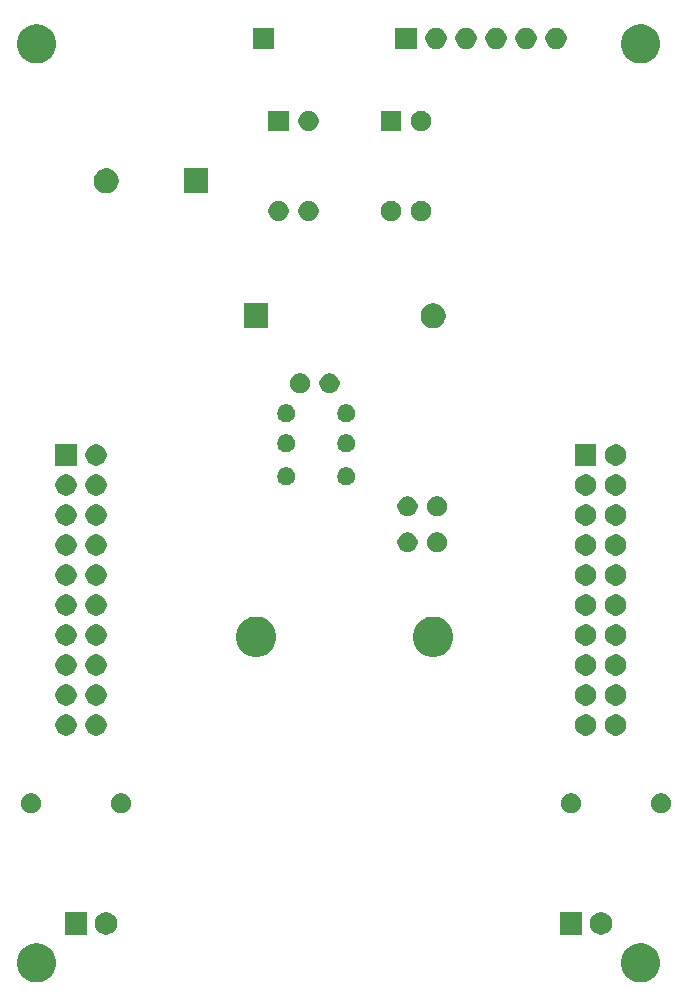
<source format=gbr>
G04 #@! TF.GenerationSoftware,KiCad,Pcbnew,5.1.5+dfsg1-2build2*
G04 #@! TF.CreationDate,2023-01-01T14:21:45-04:00*
G04 #@! TF.ProjectId,prototyping_backplane,70726f74-6f74-4797-9069-6e675f626163,B*
G04 #@! TF.SameCoordinates,Original*
G04 #@! TF.FileFunction,Soldermask,Bot*
G04 #@! TF.FilePolarity,Negative*
%FSLAX46Y46*%
G04 Gerber Fmt 4.6, Leading zero omitted, Abs format (unit mm)*
G04 Created by KiCad (PCBNEW 5.1.5+dfsg1-2build2) date 2023-01-01 14:21:45*
%MOMM*%
%LPD*%
G04 APERTURE LIST*
%ADD10C,0.100000*%
G04 APERTURE END LIST*
D10*
G36*
X205655256Y-124931298D02*
G01*
X205761579Y-124952447D01*
X206062042Y-125076903D01*
X206332451Y-125257585D01*
X206562415Y-125487549D01*
X206743097Y-125757958D01*
X206867553Y-126058421D01*
X206931000Y-126377391D01*
X206931000Y-126702609D01*
X206867553Y-127021579D01*
X206743097Y-127322042D01*
X206562415Y-127592451D01*
X206332451Y-127822415D01*
X206062042Y-128003097D01*
X205761579Y-128127553D01*
X205655256Y-128148702D01*
X205442611Y-128191000D01*
X205117389Y-128191000D01*
X204904744Y-128148702D01*
X204798421Y-128127553D01*
X204497958Y-128003097D01*
X204227549Y-127822415D01*
X203997585Y-127592451D01*
X203816903Y-127322042D01*
X203692447Y-127021579D01*
X203629000Y-126702609D01*
X203629000Y-126377391D01*
X203692447Y-126058421D01*
X203816903Y-125757958D01*
X203997585Y-125487549D01*
X204227549Y-125257585D01*
X204497958Y-125076903D01*
X204798421Y-124952447D01*
X204904744Y-124931298D01*
X205117389Y-124889000D01*
X205442611Y-124889000D01*
X205655256Y-124931298D01*
G37*
G36*
X154505256Y-124931298D02*
G01*
X154611579Y-124952447D01*
X154912042Y-125076903D01*
X155182451Y-125257585D01*
X155412415Y-125487549D01*
X155593097Y-125757958D01*
X155717553Y-126058421D01*
X155781000Y-126377391D01*
X155781000Y-126702609D01*
X155717553Y-127021579D01*
X155593097Y-127322042D01*
X155412415Y-127592451D01*
X155182451Y-127822415D01*
X154912042Y-128003097D01*
X154611579Y-128127553D01*
X154505256Y-128148702D01*
X154292611Y-128191000D01*
X153967389Y-128191000D01*
X153754744Y-128148702D01*
X153648421Y-128127553D01*
X153347958Y-128003097D01*
X153077549Y-127822415D01*
X152847585Y-127592451D01*
X152666903Y-127322042D01*
X152542447Y-127021579D01*
X152479000Y-126702609D01*
X152479000Y-126377391D01*
X152542447Y-126058421D01*
X152666903Y-125757958D01*
X152847585Y-125487549D01*
X153077549Y-125257585D01*
X153347958Y-125076903D01*
X153648421Y-124952447D01*
X153754744Y-124931298D01*
X153967389Y-124889000D01*
X154292611Y-124889000D01*
X154505256Y-124931298D01*
G37*
G36*
X202207395Y-122275546D02*
G01*
X202380466Y-122347234D01*
X202380467Y-122347235D01*
X202536227Y-122451310D01*
X202668690Y-122583773D01*
X202668691Y-122583775D01*
X202772766Y-122739534D01*
X202844454Y-122912605D01*
X202881000Y-123096333D01*
X202881000Y-123283667D01*
X202844454Y-123467395D01*
X202772766Y-123640466D01*
X202772765Y-123640467D01*
X202668690Y-123796227D01*
X202536227Y-123928690D01*
X202457818Y-123981081D01*
X202380466Y-124032766D01*
X202207395Y-124104454D01*
X202023667Y-124141000D01*
X201836333Y-124141000D01*
X201652605Y-124104454D01*
X201479534Y-124032766D01*
X201402182Y-123981081D01*
X201323773Y-123928690D01*
X201191310Y-123796227D01*
X201087235Y-123640467D01*
X201087234Y-123640466D01*
X201015546Y-123467395D01*
X200979000Y-123283667D01*
X200979000Y-123096333D01*
X201015546Y-122912605D01*
X201087234Y-122739534D01*
X201191309Y-122583775D01*
X201191310Y-122583773D01*
X201323773Y-122451310D01*
X201479533Y-122347235D01*
X201479534Y-122347234D01*
X201652605Y-122275546D01*
X201836333Y-122239000D01*
X202023667Y-122239000D01*
X202207395Y-122275546D01*
G37*
G36*
X158431000Y-124141000D02*
G01*
X156529000Y-124141000D01*
X156529000Y-122239000D01*
X158431000Y-122239000D01*
X158431000Y-124141000D01*
G37*
G36*
X160297395Y-122275546D02*
G01*
X160470466Y-122347234D01*
X160470467Y-122347235D01*
X160626227Y-122451310D01*
X160758690Y-122583773D01*
X160758691Y-122583775D01*
X160862766Y-122739534D01*
X160934454Y-122912605D01*
X160971000Y-123096333D01*
X160971000Y-123283667D01*
X160934454Y-123467395D01*
X160862766Y-123640466D01*
X160862765Y-123640467D01*
X160758690Y-123796227D01*
X160626227Y-123928690D01*
X160547818Y-123981081D01*
X160470466Y-124032766D01*
X160297395Y-124104454D01*
X160113667Y-124141000D01*
X159926333Y-124141000D01*
X159742605Y-124104454D01*
X159569534Y-124032766D01*
X159492182Y-123981081D01*
X159413773Y-123928690D01*
X159281310Y-123796227D01*
X159177235Y-123640467D01*
X159177234Y-123640466D01*
X159105546Y-123467395D01*
X159069000Y-123283667D01*
X159069000Y-123096333D01*
X159105546Y-122912605D01*
X159177234Y-122739534D01*
X159281309Y-122583775D01*
X159281310Y-122583773D01*
X159413773Y-122451310D01*
X159569533Y-122347235D01*
X159569534Y-122347234D01*
X159742605Y-122275546D01*
X159926333Y-122239000D01*
X160113667Y-122239000D01*
X160297395Y-122275546D01*
G37*
G36*
X200341000Y-124141000D02*
G01*
X198439000Y-124141000D01*
X198439000Y-122239000D01*
X200341000Y-122239000D01*
X200341000Y-124141000D01*
G37*
G36*
X153918228Y-112211703D02*
G01*
X154073100Y-112275853D01*
X154212481Y-112368985D01*
X154331015Y-112487519D01*
X154424147Y-112626900D01*
X154488297Y-112781772D01*
X154521000Y-112946184D01*
X154521000Y-113113816D01*
X154488297Y-113278228D01*
X154424147Y-113433100D01*
X154331015Y-113572481D01*
X154212481Y-113691015D01*
X154073100Y-113784147D01*
X153918228Y-113848297D01*
X153753816Y-113881000D01*
X153586184Y-113881000D01*
X153421772Y-113848297D01*
X153266900Y-113784147D01*
X153127519Y-113691015D01*
X153008985Y-113572481D01*
X152915853Y-113433100D01*
X152851703Y-113278228D01*
X152819000Y-113113816D01*
X152819000Y-112946184D01*
X152851703Y-112781772D01*
X152915853Y-112626900D01*
X153008985Y-112487519D01*
X153127519Y-112368985D01*
X153266900Y-112275853D01*
X153421772Y-112211703D01*
X153586184Y-112179000D01*
X153753816Y-112179000D01*
X153918228Y-112211703D01*
G37*
G36*
X207258228Y-112211703D02*
G01*
X207413100Y-112275853D01*
X207552481Y-112368985D01*
X207671015Y-112487519D01*
X207764147Y-112626900D01*
X207828297Y-112781772D01*
X207861000Y-112946184D01*
X207861000Y-113113816D01*
X207828297Y-113278228D01*
X207764147Y-113433100D01*
X207671015Y-113572481D01*
X207552481Y-113691015D01*
X207413100Y-113784147D01*
X207258228Y-113848297D01*
X207093816Y-113881000D01*
X206926184Y-113881000D01*
X206761772Y-113848297D01*
X206606900Y-113784147D01*
X206467519Y-113691015D01*
X206348985Y-113572481D01*
X206255853Y-113433100D01*
X206191703Y-113278228D01*
X206159000Y-113113816D01*
X206159000Y-112946184D01*
X206191703Y-112781772D01*
X206255853Y-112626900D01*
X206348985Y-112487519D01*
X206467519Y-112368985D01*
X206606900Y-112275853D01*
X206761772Y-112211703D01*
X206926184Y-112179000D01*
X207093816Y-112179000D01*
X207258228Y-112211703D01*
G37*
G36*
X199638228Y-112211703D02*
G01*
X199793100Y-112275853D01*
X199932481Y-112368985D01*
X200051015Y-112487519D01*
X200144147Y-112626900D01*
X200208297Y-112781772D01*
X200241000Y-112946184D01*
X200241000Y-113113816D01*
X200208297Y-113278228D01*
X200144147Y-113433100D01*
X200051015Y-113572481D01*
X199932481Y-113691015D01*
X199793100Y-113784147D01*
X199638228Y-113848297D01*
X199473816Y-113881000D01*
X199306184Y-113881000D01*
X199141772Y-113848297D01*
X198986900Y-113784147D01*
X198847519Y-113691015D01*
X198728985Y-113572481D01*
X198635853Y-113433100D01*
X198571703Y-113278228D01*
X198539000Y-113113816D01*
X198539000Y-112946184D01*
X198571703Y-112781772D01*
X198635853Y-112626900D01*
X198728985Y-112487519D01*
X198847519Y-112368985D01*
X198986900Y-112275853D01*
X199141772Y-112211703D01*
X199306184Y-112179000D01*
X199473816Y-112179000D01*
X199638228Y-112211703D01*
G37*
G36*
X161538228Y-112211703D02*
G01*
X161693100Y-112275853D01*
X161832481Y-112368985D01*
X161951015Y-112487519D01*
X162044147Y-112626900D01*
X162108297Y-112781772D01*
X162141000Y-112946184D01*
X162141000Y-113113816D01*
X162108297Y-113278228D01*
X162044147Y-113433100D01*
X161951015Y-113572481D01*
X161832481Y-113691015D01*
X161693100Y-113784147D01*
X161538228Y-113848297D01*
X161373816Y-113881000D01*
X161206184Y-113881000D01*
X161041772Y-113848297D01*
X160886900Y-113784147D01*
X160747519Y-113691015D01*
X160628985Y-113572481D01*
X160535853Y-113433100D01*
X160471703Y-113278228D01*
X160439000Y-113113816D01*
X160439000Y-112946184D01*
X160471703Y-112781772D01*
X160535853Y-112626900D01*
X160628985Y-112487519D01*
X160747519Y-112368985D01*
X160886900Y-112275853D01*
X161041772Y-112211703D01*
X161206184Y-112179000D01*
X161373816Y-112179000D01*
X161538228Y-112211703D01*
G37*
G36*
X156743512Y-105503927D02*
G01*
X156892812Y-105533624D01*
X157056784Y-105601544D01*
X157204354Y-105700147D01*
X157329853Y-105825646D01*
X157428456Y-105973216D01*
X157496376Y-106137188D01*
X157531000Y-106311259D01*
X157531000Y-106488741D01*
X157496376Y-106662812D01*
X157428456Y-106826784D01*
X157329853Y-106974354D01*
X157204354Y-107099853D01*
X157056784Y-107198456D01*
X156892812Y-107266376D01*
X156743512Y-107296073D01*
X156718742Y-107301000D01*
X156541258Y-107301000D01*
X156516488Y-107296073D01*
X156367188Y-107266376D01*
X156203216Y-107198456D01*
X156055646Y-107099853D01*
X155930147Y-106974354D01*
X155831544Y-106826784D01*
X155763624Y-106662812D01*
X155729000Y-106488741D01*
X155729000Y-106311259D01*
X155763624Y-106137188D01*
X155831544Y-105973216D01*
X155930147Y-105825646D01*
X156055646Y-105700147D01*
X156203216Y-105601544D01*
X156367188Y-105533624D01*
X156516488Y-105503927D01*
X156541258Y-105499000D01*
X156718742Y-105499000D01*
X156743512Y-105503927D01*
G37*
G36*
X203283512Y-105503927D02*
G01*
X203432812Y-105533624D01*
X203596784Y-105601544D01*
X203744354Y-105700147D01*
X203869853Y-105825646D01*
X203968456Y-105973216D01*
X204036376Y-106137188D01*
X204071000Y-106311259D01*
X204071000Y-106488741D01*
X204036376Y-106662812D01*
X203968456Y-106826784D01*
X203869853Y-106974354D01*
X203744354Y-107099853D01*
X203596784Y-107198456D01*
X203432812Y-107266376D01*
X203283512Y-107296073D01*
X203258742Y-107301000D01*
X203081258Y-107301000D01*
X203056488Y-107296073D01*
X202907188Y-107266376D01*
X202743216Y-107198456D01*
X202595646Y-107099853D01*
X202470147Y-106974354D01*
X202371544Y-106826784D01*
X202303624Y-106662812D01*
X202269000Y-106488741D01*
X202269000Y-106311259D01*
X202303624Y-106137188D01*
X202371544Y-105973216D01*
X202470147Y-105825646D01*
X202595646Y-105700147D01*
X202743216Y-105601544D01*
X202907188Y-105533624D01*
X203056488Y-105503927D01*
X203081258Y-105499000D01*
X203258742Y-105499000D01*
X203283512Y-105503927D01*
G37*
G36*
X159283512Y-105503927D02*
G01*
X159432812Y-105533624D01*
X159596784Y-105601544D01*
X159744354Y-105700147D01*
X159869853Y-105825646D01*
X159968456Y-105973216D01*
X160036376Y-106137188D01*
X160071000Y-106311259D01*
X160071000Y-106488741D01*
X160036376Y-106662812D01*
X159968456Y-106826784D01*
X159869853Y-106974354D01*
X159744354Y-107099853D01*
X159596784Y-107198456D01*
X159432812Y-107266376D01*
X159283512Y-107296073D01*
X159258742Y-107301000D01*
X159081258Y-107301000D01*
X159056488Y-107296073D01*
X158907188Y-107266376D01*
X158743216Y-107198456D01*
X158595646Y-107099853D01*
X158470147Y-106974354D01*
X158371544Y-106826784D01*
X158303624Y-106662812D01*
X158269000Y-106488741D01*
X158269000Y-106311259D01*
X158303624Y-106137188D01*
X158371544Y-105973216D01*
X158470147Y-105825646D01*
X158595646Y-105700147D01*
X158743216Y-105601544D01*
X158907188Y-105533624D01*
X159056488Y-105503927D01*
X159081258Y-105499000D01*
X159258742Y-105499000D01*
X159283512Y-105503927D01*
G37*
G36*
X200743512Y-105503927D02*
G01*
X200892812Y-105533624D01*
X201056784Y-105601544D01*
X201204354Y-105700147D01*
X201329853Y-105825646D01*
X201428456Y-105973216D01*
X201496376Y-106137188D01*
X201531000Y-106311259D01*
X201531000Y-106488741D01*
X201496376Y-106662812D01*
X201428456Y-106826784D01*
X201329853Y-106974354D01*
X201204354Y-107099853D01*
X201056784Y-107198456D01*
X200892812Y-107266376D01*
X200743512Y-107296073D01*
X200718742Y-107301000D01*
X200541258Y-107301000D01*
X200516488Y-107296073D01*
X200367188Y-107266376D01*
X200203216Y-107198456D01*
X200055646Y-107099853D01*
X199930147Y-106974354D01*
X199831544Y-106826784D01*
X199763624Y-106662812D01*
X199729000Y-106488741D01*
X199729000Y-106311259D01*
X199763624Y-106137188D01*
X199831544Y-105973216D01*
X199930147Y-105825646D01*
X200055646Y-105700147D01*
X200203216Y-105601544D01*
X200367188Y-105533624D01*
X200516488Y-105503927D01*
X200541258Y-105499000D01*
X200718742Y-105499000D01*
X200743512Y-105503927D01*
G37*
G36*
X203283512Y-102963927D02*
G01*
X203432812Y-102993624D01*
X203596784Y-103061544D01*
X203744354Y-103160147D01*
X203869853Y-103285646D01*
X203968456Y-103433216D01*
X204036376Y-103597188D01*
X204071000Y-103771259D01*
X204071000Y-103948741D01*
X204036376Y-104122812D01*
X203968456Y-104286784D01*
X203869853Y-104434354D01*
X203744354Y-104559853D01*
X203596784Y-104658456D01*
X203432812Y-104726376D01*
X203283512Y-104756073D01*
X203258742Y-104761000D01*
X203081258Y-104761000D01*
X203056488Y-104756073D01*
X202907188Y-104726376D01*
X202743216Y-104658456D01*
X202595646Y-104559853D01*
X202470147Y-104434354D01*
X202371544Y-104286784D01*
X202303624Y-104122812D01*
X202269000Y-103948741D01*
X202269000Y-103771259D01*
X202303624Y-103597188D01*
X202371544Y-103433216D01*
X202470147Y-103285646D01*
X202595646Y-103160147D01*
X202743216Y-103061544D01*
X202907188Y-102993624D01*
X203056488Y-102963927D01*
X203081258Y-102959000D01*
X203258742Y-102959000D01*
X203283512Y-102963927D01*
G37*
G36*
X156743512Y-102963927D02*
G01*
X156892812Y-102993624D01*
X157056784Y-103061544D01*
X157204354Y-103160147D01*
X157329853Y-103285646D01*
X157428456Y-103433216D01*
X157496376Y-103597188D01*
X157531000Y-103771259D01*
X157531000Y-103948741D01*
X157496376Y-104122812D01*
X157428456Y-104286784D01*
X157329853Y-104434354D01*
X157204354Y-104559853D01*
X157056784Y-104658456D01*
X156892812Y-104726376D01*
X156743512Y-104756073D01*
X156718742Y-104761000D01*
X156541258Y-104761000D01*
X156516488Y-104756073D01*
X156367188Y-104726376D01*
X156203216Y-104658456D01*
X156055646Y-104559853D01*
X155930147Y-104434354D01*
X155831544Y-104286784D01*
X155763624Y-104122812D01*
X155729000Y-103948741D01*
X155729000Y-103771259D01*
X155763624Y-103597188D01*
X155831544Y-103433216D01*
X155930147Y-103285646D01*
X156055646Y-103160147D01*
X156203216Y-103061544D01*
X156367188Y-102993624D01*
X156516488Y-102963927D01*
X156541258Y-102959000D01*
X156718742Y-102959000D01*
X156743512Y-102963927D01*
G37*
G36*
X200743512Y-102963927D02*
G01*
X200892812Y-102993624D01*
X201056784Y-103061544D01*
X201204354Y-103160147D01*
X201329853Y-103285646D01*
X201428456Y-103433216D01*
X201496376Y-103597188D01*
X201531000Y-103771259D01*
X201531000Y-103948741D01*
X201496376Y-104122812D01*
X201428456Y-104286784D01*
X201329853Y-104434354D01*
X201204354Y-104559853D01*
X201056784Y-104658456D01*
X200892812Y-104726376D01*
X200743512Y-104756073D01*
X200718742Y-104761000D01*
X200541258Y-104761000D01*
X200516488Y-104756073D01*
X200367188Y-104726376D01*
X200203216Y-104658456D01*
X200055646Y-104559853D01*
X199930147Y-104434354D01*
X199831544Y-104286784D01*
X199763624Y-104122812D01*
X199729000Y-103948741D01*
X199729000Y-103771259D01*
X199763624Y-103597188D01*
X199831544Y-103433216D01*
X199930147Y-103285646D01*
X200055646Y-103160147D01*
X200203216Y-103061544D01*
X200367188Y-102993624D01*
X200516488Y-102963927D01*
X200541258Y-102959000D01*
X200718742Y-102959000D01*
X200743512Y-102963927D01*
G37*
G36*
X159283512Y-102963927D02*
G01*
X159432812Y-102993624D01*
X159596784Y-103061544D01*
X159744354Y-103160147D01*
X159869853Y-103285646D01*
X159968456Y-103433216D01*
X160036376Y-103597188D01*
X160071000Y-103771259D01*
X160071000Y-103948741D01*
X160036376Y-104122812D01*
X159968456Y-104286784D01*
X159869853Y-104434354D01*
X159744354Y-104559853D01*
X159596784Y-104658456D01*
X159432812Y-104726376D01*
X159283512Y-104756073D01*
X159258742Y-104761000D01*
X159081258Y-104761000D01*
X159056488Y-104756073D01*
X158907188Y-104726376D01*
X158743216Y-104658456D01*
X158595646Y-104559853D01*
X158470147Y-104434354D01*
X158371544Y-104286784D01*
X158303624Y-104122812D01*
X158269000Y-103948741D01*
X158269000Y-103771259D01*
X158303624Y-103597188D01*
X158371544Y-103433216D01*
X158470147Y-103285646D01*
X158595646Y-103160147D01*
X158743216Y-103061544D01*
X158907188Y-102993624D01*
X159056488Y-102963927D01*
X159081258Y-102959000D01*
X159258742Y-102959000D01*
X159283512Y-102963927D01*
G37*
G36*
X203283512Y-100423927D02*
G01*
X203432812Y-100453624D01*
X203596784Y-100521544D01*
X203744354Y-100620147D01*
X203869853Y-100745646D01*
X203968456Y-100893216D01*
X204036376Y-101057188D01*
X204071000Y-101231259D01*
X204071000Y-101408741D01*
X204036376Y-101582812D01*
X203968456Y-101746784D01*
X203869853Y-101894354D01*
X203744354Y-102019853D01*
X203596784Y-102118456D01*
X203432812Y-102186376D01*
X203283512Y-102216073D01*
X203258742Y-102221000D01*
X203081258Y-102221000D01*
X203056488Y-102216073D01*
X202907188Y-102186376D01*
X202743216Y-102118456D01*
X202595646Y-102019853D01*
X202470147Y-101894354D01*
X202371544Y-101746784D01*
X202303624Y-101582812D01*
X202269000Y-101408741D01*
X202269000Y-101231259D01*
X202303624Y-101057188D01*
X202371544Y-100893216D01*
X202470147Y-100745646D01*
X202595646Y-100620147D01*
X202743216Y-100521544D01*
X202907188Y-100453624D01*
X203056488Y-100423927D01*
X203081258Y-100419000D01*
X203258742Y-100419000D01*
X203283512Y-100423927D01*
G37*
G36*
X159283512Y-100423927D02*
G01*
X159432812Y-100453624D01*
X159596784Y-100521544D01*
X159744354Y-100620147D01*
X159869853Y-100745646D01*
X159968456Y-100893216D01*
X160036376Y-101057188D01*
X160071000Y-101231259D01*
X160071000Y-101408741D01*
X160036376Y-101582812D01*
X159968456Y-101746784D01*
X159869853Y-101894354D01*
X159744354Y-102019853D01*
X159596784Y-102118456D01*
X159432812Y-102186376D01*
X159283512Y-102216073D01*
X159258742Y-102221000D01*
X159081258Y-102221000D01*
X159056488Y-102216073D01*
X158907188Y-102186376D01*
X158743216Y-102118456D01*
X158595646Y-102019853D01*
X158470147Y-101894354D01*
X158371544Y-101746784D01*
X158303624Y-101582812D01*
X158269000Y-101408741D01*
X158269000Y-101231259D01*
X158303624Y-101057188D01*
X158371544Y-100893216D01*
X158470147Y-100745646D01*
X158595646Y-100620147D01*
X158743216Y-100521544D01*
X158907188Y-100453624D01*
X159056488Y-100423927D01*
X159081258Y-100419000D01*
X159258742Y-100419000D01*
X159283512Y-100423927D01*
G37*
G36*
X156743512Y-100423927D02*
G01*
X156892812Y-100453624D01*
X157056784Y-100521544D01*
X157204354Y-100620147D01*
X157329853Y-100745646D01*
X157428456Y-100893216D01*
X157496376Y-101057188D01*
X157531000Y-101231259D01*
X157531000Y-101408741D01*
X157496376Y-101582812D01*
X157428456Y-101746784D01*
X157329853Y-101894354D01*
X157204354Y-102019853D01*
X157056784Y-102118456D01*
X156892812Y-102186376D01*
X156743512Y-102216073D01*
X156718742Y-102221000D01*
X156541258Y-102221000D01*
X156516488Y-102216073D01*
X156367188Y-102186376D01*
X156203216Y-102118456D01*
X156055646Y-102019853D01*
X155930147Y-101894354D01*
X155831544Y-101746784D01*
X155763624Y-101582812D01*
X155729000Y-101408741D01*
X155729000Y-101231259D01*
X155763624Y-101057188D01*
X155831544Y-100893216D01*
X155930147Y-100745646D01*
X156055646Y-100620147D01*
X156203216Y-100521544D01*
X156367188Y-100453624D01*
X156516488Y-100423927D01*
X156541258Y-100419000D01*
X156718742Y-100419000D01*
X156743512Y-100423927D01*
G37*
G36*
X200743512Y-100423927D02*
G01*
X200892812Y-100453624D01*
X201056784Y-100521544D01*
X201204354Y-100620147D01*
X201329853Y-100745646D01*
X201428456Y-100893216D01*
X201496376Y-101057188D01*
X201531000Y-101231259D01*
X201531000Y-101408741D01*
X201496376Y-101582812D01*
X201428456Y-101746784D01*
X201329853Y-101894354D01*
X201204354Y-102019853D01*
X201056784Y-102118456D01*
X200892812Y-102186376D01*
X200743512Y-102216073D01*
X200718742Y-102221000D01*
X200541258Y-102221000D01*
X200516488Y-102216073D01*
X200367188Y-102186376D01*
X200203216Y-102118456D01*
X200055646Y-102019853D01*
X199930147Y-101894354D01*
X199831544Y-101746784D01*
X199763624Y-101582812D01*
X199729000Y-101408741D01*
X199729000Y-101231259D01*
X199763624Y-101057188D01*
X199831544Y-100893216D01*
X199930147Y-100745646D01*
X200055646Y-100620147D01*
X200203216Y-100521544D01*
X200367188Y-100453624D01*
X200516488Y-100423927D01*
X200541258Y-100419000D01*
X200718742Y-100419000D01*
X200743512Y-100423927D01*
G37*
G36*
X188206162Y-97284368D02*
G01*
X188515724Y-97412593D01*
X188515725Y-97412594D01*
X188794324Y-97598747D01*
X189031253Y-97835676D01*
X189128718Y-97981544D01*
X189217407Y-98114276D01*
X189345632Y-98423838D01*
X189411000Y-98752465D01*
X189411000Y-99087535D01*
X189345632Y-99416162D01*
X189217407Y-99725724D01*
X189217406Y-99725725D01*
X189031253Y-100004324D01*
X188794324Y-100241253D01*
X188608170Y-100365637D01*
X188515724Y-100427407D01*
X188206162Y-100555632D01*
X187877535Y-100621000D01*
X187542465Y-100621000D01*
X187213838Y-100555632D01*
X186904276Y-100427407D01*
X186811830Y-100365637D01*
X186625676Y-100241253D01*
X186388747Y-100004324D01*
X186202594Y-99725725D01*
X186202593Y-99725724D01*
X186074368Y-99416162D01*
X186009000Y-99087535D01*
X186009000Y-98752465D01*
X186074368Y-98423838D01*
X186202593Y-98114276D01*
X186291282Y-97981544D01*
X186388747Y-97835676D01*
X186625676Y-97598747D01*
X186904275Y-97412594D01*
X186904276Y-97412593D01*
X187213838Y-97284368D01*
X187542465Y-97219000D01*
X187877535Y-97219000D01*
X188206162Y-97284368D01*
G37*
G36*
X173216162Y-97284368D02*
G01*
X173525724Y-97412593D01*
X173525725Y-97412594D01*
X173804324Y-97598747D01*
X174041253Y-97835676D01*
X174138718Y-97981544D01*
X174227407Y-98114276D01*
X174355632Y-98423838D01*
X174421000Y-98752465D01*
X174421000Y-99087535D01*
X174355632Y-99416162D01*
X174227407Y-99725724D01*
X174227406Y-99725725D01*
X174041253Y-100004324D01*
X173804324Y-100241253D01*
X173618170Y-100365637D01*
X173525724Y-100427407D01*
X173216162Y-100555632D01*
X172887535Y-100621000D01*
X172552465Y-100621000D01*
X172223838Y-100555632D01*
X171914276Y-100427407D01*
X171821830Y-100365637D01*
X171635676Y-100241253D01*
X171398747Y-100004324D01*
X171212594Y-99725725D01*
X171212593Y-99725724D01*
X171084368Y-99416162D01*
X171019000Y-99087535D01*
X171019000Y-98752465D01*
X171084368Y-98423838D01*
X171212593Y-98114276D01*
X171301282Y-97981544D01*
X171398747Y-97835676D01*
X171635676Y-97598747D01*
X171914275Y-97412594D01*
X171914276Y-97412593D01*
X172223838Y-97284368D01*
X172552465Y-97219000D01*
X172887535Y-97219000D01*
X173216162Y-97284368D01*
G37*
G36*
X156743512Y-97883927D02*
G01*
X156892812Y-97913624D01*
X157056784Y-97981544D01*
X157204354Y-98080147D01*
X157329853Y-98205646D01*
X157428456Y-98353216D01*
X157496376Y-98517188D01*
X157531000Y-98691259D01*
X157531000Y-98868741D01*
X157496376Y-99042812D01*
X157428456Y-99206784D01*
X157329853Y-99354354D01*
X157204354Y-99479853D01*
X157056784Y-99578456D01*
X156892812Y-99646376D01*
X156743512Y-99676073D01*
X156718742Y-99681000D01*
X156541258Y-99681000D01*
X156516488Y-99676073D01*
X156367188Y-99646376D01*
X156203216Y-99578456D01*
X156055646Y-99479853D01*
X155930147Y-99354354D01*
X155831544Y-99206784D01*
X155763624Y-99042812D01*
X155729000Y-98868741D01*
X155729000Y-98691259D01*
X155763624Y-98517188D01*
X155831544Y-98353216D01*
X155930147Y-98205646D01*
X156055646Y-98080147D01*
X156203216Y-97981544D01*
X156367188Y-97913624D01*
X156516488Y-97883927D01*
X156541258Y-97879000D01*
X156718742Y-97879000D01*
X156743512Y-97883927D01*
G37*
G36*
X159283512Y-97883927D02*
G01*
X159432812Y-97913624D01*
X159596784Y-97981544D01*
X159744354Y-98080147D01*
X159869853Y-98205646D01*
X159968456Y-98353216D01*
X160036376Y-98517188D01*
X160071000Y-98691259D01*
X160071000Y-98868741D01*
X160036376Y-99042812D01*
X159968456Y-99206784D01*
X159869853Y-99354354D01*
X159744354Y-99479853D01*
X159596784Y-99578456D01*
X159432812Y-99646376D01*
X159283512Y-99676073D01*
X159258742Y-99681000D01*
X159081258Y-99681000D01*
X159056488Y-99676073D01*
X158907188Y-99646376D01*
X158743216Y-99578456D01*
X158595646Y-99479853D01*
X158470147Y-99354354D01*
X158371544Y-99206784D01*
X158303624Y-99042812D01*
X158269000Y-98868741D01*
X158269000Y-98691259D01*
X158303624Y-98517188D01*
X158371544Y-98353216D01*
X158470147Y-98205646D01*
X158595646Y-98080147D01*
X158743216Y-97981544D01*
X158907188Y-97913624D01*
X159056488Y-97883927D01*
X159081258Y-97879000D01*
X159258742Y-97879000D01*
X159283512Y-97883927D01*
G37*
G36*
X203283512Y-97883927D02*
G01*
X203432812Y-97913624D01*
X203596784Y-97981544D01*
X203744354Y-98080147D01*
X203869853Y-98205646D01*
X203968456Y-98353216D01*
X204036376Y-98517188D01*
X204071000Y-98691259D01*
X204071000Y-98868741D01*
X204036376Y-99042812D01*
X203968456Y-99206784D01*
X203869853Y-99354354D01*
X203744354Y-99479853D01*
X203596784Y-99578456D01*
X203432812Y-99646376D01*
X203283512Y-99676073D01*
X203258742Y-99681000D01*
X203081258Y-99681000D01*
X203056488Y-99676073D01*
X202907188Y-99646376D01*
X202743216Y-99578456D01*
X202595646Y-99479853D01*
X202470147Y-99354354D01*
X202371544Y-99206784D01*
X202303624Y-99042812D01*
X202269000Y-98868741D01*
X202269000Y-98691259D01*
X202303624Y-98517188D01*
X202371544Y-98353216D01*
X202470147Y-98205646D01*
X202595646Y-98080147D01*
X202743216Y-97981544D01*
X202907188Y-97913624D01*
X203056488Y-97883927D01*
X203081258Y-97879000D01*
X203258742Y-97879000D01*
X203283512Y-97883927D01*
G37*
G36*
X200743512Y-97883927D02*
G01*
X200892812Y-97913624D01*
X201056784Y-97981544D01*
X201204354Y-98080147D01*
X201329853Y-98205646D01*
X201428456Y-98353216D01*
X201496376Y-98517188D01*
X201531000Y-98691259D01*
X201531000Y-98868741D01*
X201496376Y-99042812D01*
X201428456Y-99206784D01*
X201329853Y-99354354D01*
X201204354Y-99479853D01*
X201056784Y-99578456D01*
X200892812Y-99646376D01*
X200743512Y-99676073D01*
X200718742Y-99681000D01*
X200541258Y-99681000D01*
X200516488Y-99676073D01*
X200367188Y-99646376D01*
X200203216Y-99578456D01*
X200055646Y-99479853D01*
X199930147Y-99354354D01*
X199831544Y-99206784D01*
X199763624Y-99042812D01*
X199729000Y-98868741D01*
X199729000Y-98691259D01*
X199763624Y-98517188D01*
X199831544Y-98353216D01*
X199930147Y-98205646D01*
X200055646Y-98080147D01*
X200203216Y-97981544D01*
X200367188Y-97913624D01*
X200516488Y-97883927D01*
X200541258Y-97879000D01*
X200718742Y-97879000D01*
X200743512Y-97883927D01*
G37*
G36*
X159283512Y-95343927D02*
G01*
X159432812Y-95373624D01*
X159596784Y-95441544D01*
X159744354Y-95540147D01*
X159869853Y-95665646D01*
X159968456Y-95813216D01*
X160036376Y-95977188D01*
X160071000Y-96151259D01*
X160071000Y-96328741D01*
X160036376Y-96502812D01*
X159968456Y-96666784D01*
X159869853Y-96814354D01*
X159744354Y-96939853D01*
X159596784Y-97038456D01*
X159432812Y-97106376D01*
X159283512Y-97136073D01*
X159258742Y-97141000D01*
X159081258Y-97141000D01*
X159056488Y-97136073D01*
X158907188Y-97106376D01*
X158743216Y-97038456D01*
X158595646Y-96939853D01*
X158470147Y-96814354D01*
X158371544Y-96666784D01*
X158303624Y-96502812D01*
X158269000Y-96328741D01*
X158269000Y-96151259D01*
X158303624Y-95977188D01*
X158371544Y-95813216D01*
X158470147Y-95665646D01*
X158595646Y-95540147D01*
X158743216Y-95441544D01*
X158907188Y-95373624D01*
X159056488Y-95343927D01*
X159081258Y-95339000D01*
X159258742Y-95339000D01*
X159283512Y-95343927D01*
G37*
G36*
X156743512Y-95343927D02*
G01*
X156892812Y-95373624D01*
X157056784Y-95441544D01*
X157204354Y-95540147D01*
X157329853Y-95665646D01*
X157428456Y-95813216D01*
X157496376Y-95977188D01*
X157531000Y-96151259D01*
X157531000Y-96328741D01*
X157496376Y-96502812D01*
X157428456Y-96666784D01*
X157329853Y-96814354D01*
X157204354Y-96939853D01*
X157056784Y-97038456D01*
X156892812Y-97106376D01*
X156743512Y-97136073D01*
X156718742Y-97141000D01*
X156541258Y-97141000D01*
X156516488Y-97136073D01*
X156367188Y-97106376D01*
X156203216Y-97038456D01*
X156055646Y-96939853D01*
X155930147Y-96814354D01*
X155831544Y-96666784D01*
X155763624Y-96502812D01*
X155729000Y-96328741D01*
X155729000Y-96151259D01*
X155763624Y-95977188D01*
X155831544Y-95813216D01*
X155930147Y-95665646D01*
X156055646Y-95540147D01*
X156203216Y-95441544D01*
X156367188Y-95373624D01*
X156516488Y-95343927D01*
X156541258Y-95339000D01*
X156718742Y-95339000D01*
X156743512Y-95343927D01*
G37*
G36*
X200743512Y-95343927D02*
G01*
X200892812Y-95373624D01*
X201056784Y-95441544D01*
X201204354Y-95540147D01*
X201329853Y-95665646D01*
X201428456Y-95813216D01*
X201496376Y-95977188D01*
X201531000Y-96151259D01*
X201531000Y-96328741D01*
X201496376Y-96502812D01*
X201428456Y-96666784D01*
X201329853Y-96814354D01*
X201204354Y-96939853D01*
X201056784Y-97038456D01*
X200892812Y-97106376D01*
X200743512Y-97136073D01*
X200718742Y-97141000D01*
X200541258Y-97141000D01*
X200516488Y-97136073D01*
X200367188Y-97106376D01*
X200203216Y-97038456D01*
X200055646Y-96939853D01*
X199930147Y-96814354D01*
X199831544Y-96666784D01*
X199763624Y-96502812D01*
X199729000Y-96328741D01*
X199729000Y-96151259D01*
X199763624Y-95977188D01*
X199831544Y-95813216D01*
X199930147Y-95665646D01*
X200055646Y-95540147D01*
X200203216Y-95441544D01*
X200367188Y-95373624D01*
X200516488Y-95343927D01*
X200541258Y-95339000D01*
X200718742Y-95339000D01*
X200743512Y-95343927D01*
G37*
G36*
X203283512Y-95343927D02*
G01*
X203432812Y-95373624D01*
X203596784Y-95441544D01*
X203744354Y-95540147D01*
X203869853Y-95665646D01*
X203968456Y-95813216D01*
X204036376Y-95977188D01*
X204071000Y-96151259D01*
X204071000Y-96328741D01*
X204036376Y-96502812D01*
X203968456Y-96666784D01*
X203869853Y-96814354D01*
X203744354Y-96939853D01*
X203596784Y-97038456D01*
X203432812Y-97106376D01*
X203283512Y-97136073D01*
X203258742Y-97141000D01*
X203081258Y-97141000D01*
X203056488Y-97136073D01*
X202907188Y-97106376D01*
X202743216Y-97038456D01*
X202595646Y-96939853D01*
X202470147Y-96814354D01*
X202371544Y-96666784D01*
X202303624Y-96502812D01*
X202269000Y-96328741D01*
X202269000Y-96151259D01*
X202303624Y-95977188D01*
X202371544Y-95813216D01*
X202470147Y-95665646D01*
X202595646Y-95540147D01*
X202743216Y-95441544D01*
X202907188Y-95373624D01*
X203056488Y-95343927D01*
X203081258Y-95339000D01*
X203258742Y-95339000D01*
X203283512Y-95343927D01*
G37*
G36*
X159283512Y-92803927D02*
G01*
X159432812Y-92833624D01*
X159596784Y-92901544D01*
X159744354Y-93000147D01*
X159869853Y-93125646D01*
X159968456Y-93273216D01*
X160036376Y-93437188D01*
X160071000Y-93611259D01*
X160071000Y-93788741D01*
X160036376Y-93962812D01*
X159968456Y-94126784D01*
X159869853Y-94274354D01*
X159744354Y-94399853D01*
X159596784Y-94498456D01*
X159432812Y-94566376D01*
X159283512Y-94596073D01*
X159258742Y-94601000D01*
X159081258Y-94601000D01*
X159056488Y-94596073D01*
X158907188Y-94566376D01*
X158743216Y-94498456D01*
X158595646Y-94399853D01*
X158470147Y-94274354D01*
X158371544Y-94126784D01*
X158303624Y-93962812D01*
X158269000Y-93788741D01*
X158269000Y-93611259D01*
X158303624Y-93437188D01*
X158371544Y-93273216D01*
X158470147Y-93125646D01*
X158595646Y-93000147D01*
X158743216Y-92901544D01*
X158907188Y-92833624D01*
X159056488Y-92803927D01*
X159081258Y-92799000D01*
X159258742Y-92799000D01*
X159283512Y-92803927D01*
G37*
G36*
X200743512Y-92803927D02*
G01*
X200892812Y-92833624D01*
X201056784Y-92901544D01*
X201204354Y-93000147D01*
X201329853Y-93125646D01*
X201428456Y-93273216D01*
X201496376Y-93437188D01*
X201531000Y-93611259D01*
X201531000Y-93788741D01*
X201496376Y-93962812D01*
X201428456Y-94126784D01*
X201329853Y-94274354D01*
X201204354Y-94399853D01*
X201056784Y-94498456D01*
X200892812Y-94566376D01*
X200743512Y-94596073D01*
X200718742Y-94601000D01*
X200541258Y-94601000D01*
X200516488Y-94596073D01*
X200367188Y-94566376D01*
X200203216Y-94498456D01*
X200055646Y-94399853D01*
X199930147Y-94274354D01*
X199831544Y-94126784D01*
X199763624Y-93962812D01*
X199729000Y-93788741D01*
X199729000Y-93611259D01*
X199763624Y-93437188D01*
X199831544Y-93273216D01*
X199930147Y-93125646D01*
X200055646Y-93000147D01*
X200203216Y-92901544D01*
X200367188Y-92833624D01*
X200516488Y-92803927D01*
X200541258Y-92799000D01*
X200718742Y-92799000D01*
X200743512Y-92803927D01*
G37*
G36*
X203283512Y-92803927D02*
G01*
X203432812Y-92833624D01*
X203596784Y-92901544D01*
X203744354Y-93000147D01*
X203869853Y-93125646D01*
X203968456Y-93273216D01*
X204036376Y-93437188D01*
X204071000Y-93611259D01*
X204071000Y-93788741D01*
X204036376Y-93962812D01*
X203968456Y-94126784D01*
X203869853Y-94274354D01*
X203744354Y-94399853D01*
X203596784Y-94498456D01*
X203432812Y-94566376D01*
X203283512Y-94596073D01*
X203258742Y-94601000D01*
X203081258Y-94601000D01*
X203056488Y-94596073D01*
X202907188Y-94566376D01*
X202743216Y-94498456D01*
X202595646Y-94399853D01*
X202470147Y-94274354D01*
X202371544Y-94126784D01*
X202303624Y-93962812D01*
X202269000Y-93788741D01*
X202269000Y-93611259D01*
X202303624Y-93437188D01*
X202371544Y-93273216D01*
X202470147Y-93125646D01*
X202595646Y-93000147D01*
X202743216Y-92901544D01*
X202907188Y-92833624D01*
X203056488Y-92803927D01*
X203081258Y-92799000D01*
X203258742Y-92799000D01*
X203283512Y-92803927D01*
G37*
G36*
X156743512Y-92803927D02*
G01*
X156892812Y-92833624D01*
X157056784Y-92901544D01*
X157204354Y-93000147D01*
X157329853Y-93125646D01*
X157428456Y-93273216D01*
X157496376Y-93437188D01*
X157531000Y-93611259D01*
X157531000Y-93788741D01*
X157496376Y-93962812D01*
X157428456Y-94126784D01*
X157329853Y-94274354D01*
X157204354Y-94399853D01*
X157056784Y-94498456D01*
X156892812Y-94566376D01*
X156743512Y-94596073D01*
X156718742Y-94601000D01*
X156541258Y-94601000D01*
X156516488Y-94596073D01*
X156367188Y-94566376D01*
X156203216Y-94498456D01*
X156055646Y-94399853D01*
X155930147Y-94274354D01*
X155831544Y-94126784D01*
X155763624Y-93962812D01*
X155729000Y-93788741D01*
X155729000Y-93611259D01*
X155763624Y-93437188D01*
X155831544Y-93273216D01*
X155930147Y-93125646D01*
X156055646Y-93000147D01*
X156203216Y-92901544D01*
X156367188Y-92833624D01*
X156516488Y-92803927D01*
X156541258Y-92799000D01*
X156718742Y-92799000D01*
X156743512Y-92803927D01*
G37*
G36*
X156743512Y-90263927D02*
G01*
X156892812Y-90293624D01*
X157056784Y-90361544D01*
X157204354Y-90460147D01*
X157329853Y-90585646D01*
X157428456Y-90733216D01*
X157496376Y-90897188D01*
X157531000Y-91071259D01*
X157531000Y-91248741D01*
X157496376Y-91422812D01*
X157428456Y-91586784D01*
X157329853Y-91734354D01*
X157204354Y-91859853D01*
X157056784Y-91958456D01*
X156892812Y-92026376D01*
X156743512Y-92056073D01*
X156718742Y-92061000D01*
X156541258Y-92061000D01*
X156516488Y-92056073D01*
X156367188Y-92026376D01*
X156203216Y-91958456D01*
X156055646Y-91859853D01*
X155930147Y-91734354D01*
X155831544Y-91586784D01*
X155763624Y-91422812D01*
X155729000Y-91248741D01*
X155729000Y-91071259D01*
X155763624Y-90897188D01*
X155831544Y-90733216D01*
X155930147Y-90585646D01*
X156055646Y-90460147D01*
X156203216Y-90361544D01*
X156367188Y-90293624D01*
X156516488Y-90263927D01*
X156541258Y-90259000D01*
X156718742Y-90259000D01*
X156743512Y-90263927D01*
G37*
G36*
X159283512Y-90263927D02*
G01*
X159432812Y-90293624D01*
X159596784Y-90361544D01*
X159744354Y-90460147D01*
X159869853Y-90585646D01*
X159968456Y-90733216D01*
X160036376Y-90897188D01*
X160071000Y-91071259D01*
X160071000Y-91248741D01*
X160036376Y-91422812D01*
X159968456Y-91586784D01*
X159869853Y-91734354D01*
X159744354Y-91859853D01*
X159596784Y-91958456D01*
X159432812Y-92026376D01*
X159283512Y-92056073D01*
X159258742Y-92061000D01*
X159081258Y-92061000D01*
X159056488Y-92056073D01*
X158907188Y-92026376D01*
X158743216Y-91958456D01*
X158595646Y-91859853D01*
X158470147Y-91734354D01*
X158371544Y-91586784D01*
X158303624Y-91422812D01*
X158269000Y-91248741D01*
X158269000Y-91071259D01*
X158303624Y-90897188D01*
X158371544Y-90733216D01*
X158470147Y-90585646D01*
X158595646Y-90460147D01*
X158743216Y-90361544D01*
X158907188Y-90293624D01*
X159056488Y-90263927D01*
X159081258Y-90259000D01*
X159258742Y-90259000D01*
X159283512Y-90263927D01*
G37*
G36*
X200743512Y-90263927D02*
G01*
X200892812Y-90293624D01*
X201056784Y-90361544D01*
X201204354Y-90460147D01*
X201329853Y-90585646D01*
X201428456Y-90733216D01*
X201496376Y-90897188D01*
X201531000Y-91071259D01*
X201531000Y-91248741D01*
X201496376Y-91422812D01*
X201428456Y-91586784D01*
X201329853Y-91734354D01*
X201204354Y-91859853D01*
X201056784Y-91958456D01*
X200892812Y-92026376D01*
X200743512Y-92056073D01*
X200718742Y-92061000D01*
X200541258Y-92061000D01*
X200516488Y-92056073D01*
X200367188Y-92026376D01*
X200203216Y-91958456D01*
X200055646Y-91859853D01*
X199930147Y-91734354D01*
X199831544Y-91586784D01*
X199763624Y-91422812D01*
X199729000Y-91248741D01*
X199729000Y-91071259D01*
X199763624Y-90897188D01*
X199831544Y-90733216D01*
X199930147Y-90585646D01*
X200055646Y-90460147D01*
X200203216Y-90361544D01*
X200367188Y-90293624D01*
X200516488Y-90263927D01*
X200541258Y-90259000D01*
X200718742Y-90259000D01*
X200743512Y-90263927D01*
G37*
G36*
X203283512Y-90263927D02*
G01*
X203432812Y-90293624D01*
X203596784Y-90361544D01*
X203744354Y-90460147D01*
X203869853Y-90585646D01*
X203968456Y-90733216D01*
X204036376Y-90897188D01*
X204071000Y-91071259D01*
X204071000Y-91248741D01*
X204036376Y-91422812D01*
X203968456Y-91586784D01*
X203869853Y-91734354D01*
X203744354Y-91859853D01*
X203596784Y-91958456D01*
X203432812Y-92026376D01*
X203283512Y-92056073D01*
X203258742Y-92061000D01*
X203081258Y-92061000D01*
X203056488Y-92056073D01*
X202907188Y-92026376D01*
X202743216Y-91958456D01*
X202595646Y-91859853D01*
X202470147Y-91734354D01*
X202371544Y-91586784D01*
X202303624Y-91422812D01*
X202269000Y-91248741D01*
X202269000Y-91071259D01*
X202303624Y-90897188D01*
X202371544Y-90733216D01*
X202470147Y-90585646D01*
X202595646Y-90460147D01*
X202743216Y-90361544D01*
X202907188Y-90293624D01*
X203056488Y-90263927D01*
X203081258Y-90259000D01*
X203258742Y-90259000D01*
X203283512Y-90263927D01*
G37*
G36*
X185795228Y-90113703D02*
G01*
X185950100Y-90177853D01*
X186089481Y-90270985D01*
X186208015Y-90389519D01*
X186301147Y-90528900D01*
X186365297Y-90683772D01*
X186398000Y-90848184D01*
X186398000Y-91015816D01*
X186365297Y-91180228D01*
X186301147Y-91335100D01*
X186208015Y-91474481D01*
X186089481Y-91593015D01*
X185950100Y-91686147D01*
X185795228Y-91750297D01*
X185630816Y-91783000D01*
X185463184Y-91783000D01*
X185298772Y-91750297D01*
X185143900Y-91686147D01*
X185004519Y-91593015D01*
X184885985Y-91474481D01*
X184792853Y-91335100D01*
X184728703Y-91180228D01*
X184696000Y-91015816D01*
X184696000Y-90848184D01*
X184728703Y-90683772D01*
X184792853Y-90528900D01*
X184885985Y-90389519D01*
X185004519Y-90270985D01*
X185143900Y-90177853D01*
X185298772Y-90113703D01*
X185463184Y-90081000D01*
X185630816Y-90081000D01*
X185795228Y-90113703D01*
G37*
G36*
X188295228Y-90113703D02*
G01*
X188450100Y-90177853D01*
X188589481Y-90270985D01*
X188708015Y-90389519D01*
X188801147Y-90528900D01*
X188865297Y-90683772D01*
X188898000Y-90848184D01*
X188898000Y-91015816D01*
X188865297Y-91180228D01*
X188801147Y-91335100D01*
X188708015Y-91474481D01*
X188589481Y-91593015D01*
X188450100Y-91686147D01*
X188295228Y-91750297D01*
X188130816Y-91783000D01*
X187963184Y-91783000D01*
X187798772Y-91750297D01*
X187643900Y-91686147D01*
X187504519Y-91593015D01*
X187385985Y-91474481D01*
X187292853Y-91335100D01*
X187228703Y-91180228D01*
X187196000Y-91015816D01*
X187196000Y-90848184D01*
X187228703Y-90683772D01*
X187292853Y-90528900D01*
X187385985Y-90389519D01*
X187504519Y-90270985D01*
X187643900Y-90177853D01*
X187798772Y-90113703D01*
X187963184Y-90081000D01*
X188130816Y-90081000D01*
X188295228Y-90113703D01*
G37*
G36*
X159283512Y-87723927D02*
G01*
X159432812Y-87753624D01*
X159596784Y-87821544D01*
X159744354Y-87920147D01*
X159869853Y-88045646D01*
X159968456Y-88193216D01*
X160036376Y-88357188D01*
X160071000Y-88531259D01*
X160071000Y-88708741D01*
X160036376Y-88882812D01*
X159968456Y-89046784D01*
X159869853Y-89194354D01*
X159744354Y-89319853D01*
X159596784Y-89418456D01*
X159432812Y-89486376D01*
X159283512Y-89516073D01*
X159258742Y-89521000D01*
X159081258Y-89521000D01*
X159056488Y-89516073D01*
X158907188Y-89486376D01*
X158743216Y-89418456D01*
X158595646Y-89319853D01*
X158470147Y-89194354D01*
X158371544Y-89046784D01*
X158303624Y-88882812D01*
X158269000Y-88708741D01*
X158269000Y-88531259D01*
X158303624Y-88357188D01*
X158371544Y-88193216D01*
X158470147Y-88045646D01*
X158595646Y-87920147D01*
X158743216Y-87821544D01*
X158907188Y-87753624D01*
X159056488Y-87723927D01*
X159081258Y-87719000D01*
X159258742Y-87719000D01*
X159283512Y-87723927D01*
G37*
G36*
X200743512Y-87723927D02*
G01*
X200892812Y-87753624D01*
X201056784Y-87821544D01*
X201204354Y-87920147D01*
X201329853Y-88045646D01*
X201428456Y-88193216D01*
X201496376Y-88357188D01*
X201531000Y-88531259D01*
X201531000Y-88708741D01*
X201496376Y-88882812D01*
X201428456Y-89046784D01*
X201329853Y-89194354D01*
X201204354Y-89319853D01*
X201056784Y-89418456D01*
X200892812Y-89486376D01*
X200743512Y-89516073D01*
X200718742Y-89521000D01*
X200541258Y-89521000D01*
X200516488Y-89516073D01*
X200367188Y-89486376D01*
X200203216Y-89418456D01*
X200055646Y-89319853D01*
X199930147Y-89194354D01*
X199831544Y-89046784D01*
X199763624Y-88882812D01*
X199729000Y-88708741D01*
X199729000Y-88531259D01*
X199763624Y-88357188D01*
X199831544Y-88193216D01*
X199930147Y-88045646D01*
X200055646Y-87920147D01*
X200203216Y-87821544D01*
X200367188Y-87753624D01*
X200516488Y-87723927D01*
X200541258Y-87719000D01*
X200718742Y-87719000D01*
X200743512Y-87723927D01*
G37*
G36*
X156743512Y-87723927D02*
G01*
X156892812Y-87753624D01*
X157056784Y-87821544D01*
X157204354Y-87920147D01*
X157329853Y-88045646D01*
X157428456Y-88193216D01*
X157496376Y-88357188D01*
X157531000Y-88531259D01*
X157531000Y-88708741D01*
X157496376Y-88882812D01*
X157428456Y-89046784D01*
X157329853Y-89194354D01*
X157204354Y-89319853D01*
X157056784Y-89418456D01*
X156892812Y-89486376D01*
X156743512Y-89516073D01*
X156718742Y-89521000D01*
X156541258Y-89521000D01*
X156516488Y-89516073D01*
X156367188Y-89486376D01*
X156203216Y-89418456D01*
X156055646Y-89319853D01*
X155930147Y-89194354D01*
X155831544Y-89046784D01*
X155763624Y-88882812D01*
X155729000Y-88708741D01*
X155729000Y-88531259D01*
X155763624Y-88357188D01*
X155831544Y-88193216D01*
X155930147Y-88045646D01*
X156055646Y-87920147D01*
X156203216Y-87821544D01*
X156367188Y-87753624D01*
X156516488Y-87723927D01*
X156541258Y-87719000D01*
X156718742Y-87719000D01*
X156743512Y-87723927D01*
G37*
G36*
X203283512Y-87723927D02*
G01*
X203432812Y-87753624D01*
X203596784Y-87821544D01*
X203744354Y-87920147D01*
X203869853Y-88045646D01*
X203968456Y-88193216D01*
X204036376Y-88357188D01*
X204071000Y-88531259D01*
X204071000Y-88708741D01*
X204036376Y-88882812D01*
X203968456Y-89046784D01*
X203869853Y-89194354D01*
X203744354Y-89319853D01*
X203596784Y-89418456D01*
X203432812Y-89486376D01*
X203283512Y-89516073D01*
X203258742Y-89521000D01*
X203081258Y-89521000D01*
X203056488Y-89516073D01*
X202907188Y-89486376D01*
X202743216Y-89418456D01*
X202595646Y-89319853D01*
X202470147Y-89194354D01*
X202371544Y-89046784D01*
X202303624Y-88882812D01*
X202269000Y-88708741D01*
X202269000Y-88531259D01*
X202303624Y-88357188D01*
X202371544Y-88193216D01*
X202470147Y-88045646D01*
X202595646Y-87920147D01*
X202743216Y-87821544D01*
X202907188Y-87753624D01*
X203056488Y-87723927D01*
X203081258Y-87719000D01*
X203258742Y-87719000D01*
X203283512Y-87723927D01*
G37*
G36*
X185795228Y-87065703D02*
G01*
X185950100Y-87129853D01*
X186089481Y-87222985D01*
X186208015Y-87341519D01*
X186301147Y-87480900D01*
X186365297Y-87635772D01*
X186398000Y-87800184D01*
X186398000Y-87967816D01*
X186365297Y-88132228D01*
X186301147Y-88287100D01*
X186208015Y-88426481D01*
X186089481Y-88545015D01*
X185950100Y-88638147D01*
X185795228Y-88702297D01*
X185630816Y-88735000D01*
X185463184Y-88735000D01*
X185298772Y-88702297D01*
X185143900Y-88638147D01*
X185004519Y-88545015D01*
X184885985Y-88426481D01*
X184792853Y-88287100D01*
X184728703Y-88132228D01*
X184696000Y-87967816D01*
X184696000Y-87800184D01*
X184728703Y-87635772D01*
X184792853Y-87480900D01*
X184885985Y-87341519D01*
X185004519Y-87222985D01*
X185143900Y-87129853D01*
X185298772Y-87065703D01*
X185463184Y-87033000D01*
X185630816Y-87033000D01*
X185795228Y-87065703D01*
G37*
G36*
X188295228Y-87065703D02*
G01*
X188450100Y-87129853D01*
X188589481Y-87222985D01*
X188708015Y-87341519D01*
X188801147Y-87480900D01*
X188865297Y-87635772D01*
X188898000Y-87800184D01*
X188898000Y-87967816D01*
X188865297Y-88132228D01*
X188801147Y-88287100D01*
X188708015Y-88426481D01*
X188589481Y-88545015D01*
X188450100Y-88638147D01*
X188295228Y-88702297D01*
X188130816Y-88735000D01*
X187963184Y-88735000D01*
X187798772Y-88702297D01*
X187643900Y-88638147D01*
X187504519Y-88545015D01*
X187385985Y-88426481D01*
X187292853Y-88287100D01*
X187228703Y-88132228D01*
X187196000Y-87967816D01*
X187196000Y-87800184D01*
X187228703Y-87635772D01*
X187292853Y-87480900D01*
X187385985Y-87341519D01*
X187504519Y-87222985D01*
X187643900Y-87129853D01*
X187798772Y-87065703D01*
X187963184Y-87033000D01*
X188130816Y-87033000D01*
X188295228Y-87065703D01*
G37*
G36*
X156743512Y-85183927D02*
G01*
X156892812Y-85213624D01*
X157056784Y-85281544D01*
X157204354Y-85380147D01*
X157329853Y-85505646D01*
X157428456Y-85653216D01*
X157496376Y-85817188D01*
X157531000Y-85991259D01*
X157531000Y-86168741D01*
X157496376Y-86342812D01*
X157428456Y-86506784D01*
X157329853Y-86654354D01*
X157204354Y-86779853D01*
X157056784Y-86878456D01*
X156892812Y-86946376D01*
X156743512Y-86976073D01*
X156718742Y-86981000D01*
X156541258Y-86981000D01*
X156516488Y-86976073D01*
X156367188Y-86946376D01*
X156203216Y-86878456D01*
X156055646Y-86779853D01*
X155930147Y-86654354D01*
X155831544Y-86506784D01*
X155763624Y-86342812D01*
X155729000Y-86168741D01*
X155729000Y-85991259D01*
X155763624Y-85817188D01*
X155831544Y-85653216D01*
X155930147Y-85505646D01*
X156055646Y-85380147D01*
X156203216Y-85281544D01*
X156367188Y-85213624D01*
X156516488Y-85183927D01*
X156541258Y-85179000D01*
X156718742Y-85179000D01*
X156743512Y-85183927D01*
G37*
G36*
X203283512Y-85183927D02*
G01*
X203432812Y-85213624D01*
X203596784Y-85281544D01*
X203744354Y-85380147D01*
X203869853Y-85505646D01*
X203968456Y-85653216D01*
X204036376Y-85817188D01*
X204071000Y-85991259D01*
X204071000Y-86168741D01*
X204036376Y-86342812D01*
X203968456Y-86506784D01*
X203869853Y-86654354D01*
X203744354Y-86779853D01*
X203596784Y-86878456D01*
X203432812Y-86946376D01*
X203283512Y-86976073D01*
X203258742Y-86981000D01*
X203081258Y-86981000D01*
X203056488Y-86976073D01*
X202907188Y-86946376D01*
X202743216Y-86878456D01*
X202595646Y-86779853D01*
X202470147Y-86654354D01*
X202371544Y-86506784D01*
X202303624Y-86342812D01*
X202269000Y-86168741D01*
X202269000Y-85991259D01*
X202303624Y-85817188D01*
X202371544Y-85653216D01*
X202470147Y-85505646D01*
X202595646Y-85380147D01*
X202743216Y-85281544D01*
X202907188Y-85213624D01*
X203056488Y-85183927D01*
X203081258Y-85179000D01*
X203258742Y-85179000D01*
X203283512Y-85183927D01*
G37*
G36*
X200743512Y-85183927D02*
G01*
X200892812Y-85213624D01*
X201056784Y-85281544D01*
X201204354Y-85380147D01*
X201329853Y-85505646D01*
X201428456Y-85653216D01*
X201496376Y-85817188D01*
X201531000Y-85991259D01*
X201531000Y-86168741D01*
X201496376Y-86342812D01*
X201428456Y-86506784D01*
X201329853Y-86654354D01*
X201204354Y-86779853D01*
X201056784Y-86878456D01*
X200892812Y-86946376D01*
X200743512Y-86976073D01*
X200718742Y-86981000D01*
X200541258Y-86981000D01*
X200516488Y-86976073D01*
X200367188Y-86946376D01*
X200203216Y-86878456D01*
X200055646Y-86779853D01*
X199930147Y-86654354D01*
X199831544Y-86506784D01*
X199763624Y-86342812D01*
X199729000Y-86168741D01*
X199729000Y-85991259D01*
X199763624Y-85817188D01*
X199831544Y-85653216D01*
X199930147Y-85505646D01*
X200055646Y-85380147D01*
X200203216Y-85281544D01*
X200367188Y-85213624D01*
X200516488Y-85183927D01*
X200541258Y-85179000D01*
X200718742Y-85179000D01*
X200743512Y-85183927D01*
G37*
G36*
X159283512Y-85183927D02*
G01*
X159432812Y-85213624D01*
X159596784Y-85281544D01*
X159744354Y-85380147D01*
X159869853Y-85505646D01*
X159968456Y-85653216D01*
X160036376Y-85817188D01*
X160071000Y-85991259D01*
X160071000Y-86168741D01*
X160036376Y-86342812D01*
X159968456Y-86506784D01*
X159869853Y-86654354D01*
X159744354Y-86779853D01*
X159596784Y-86878456D01*
X159432812Y-86946376D01*
X159283512Y-86976073D01*
X159258742Y-86981000D01*
X159081258Y-86981000D01*
X159056488Y-86976073D01*
X158907188Y-86946376D01*
X158743216Y-86878456D01*
X158595646Y-86779853D01*
X158470147Y-86654354D01*
X158371544Y-86506784D01*
X158303624Y-86342812D01*
X158269000Y-86168741D01*
X158269000Y-85991259D01*
X158303624Y-85817188D01*
X158371544Y-85653216D01*
X158470147Y-85505646D01*
X158595646Y-85380147D01*
X158743216Y-85281544D01*
X158907188Y-85213624D01*
X159056488Y-85183927D01*
X159081258Y-85179000D01*
X159258742Y-85179000D01*
X159283512Y-85183927D01*
G37*
G36*
X175479059Y-84621860D02*
G01*
X175615732Y-84678472D01*
X175738735Y-84760660D01*
X175843340Y-84865265D01*
X175925528Y-84988268D01*
X175982140Y-85124941D01*
X176011000Y-85270033D01*
X176011000Y-85417967D01*
X175982140Y-85563059D01*
X175925528Y-85699732D01*
X175843340Y-85822735D01*
X175738735Y-85927340D01*
X175615732Y-86009528D01*
X175615731Y-86009529D01*
X175615730Y-86009529D01*
X175479059Y-86066140D01*
X175333968Y-86095000D01*
X175186032Y-86095000D01*
X175040941Y-86066140D01*
X174904270Y-86009529D01*
X174904269Y-86009529D01*
X174904268Y-86009528D01*
X174781265Y-85927340D01*
X174676660Y-85822735D01*
X174594472Y-85699732D01*
X174537860Y-85563059D01*
X174509000Y-85417967D01*
X174509000Y-85270033D01*
X174537860Y-85124941D01*
X174594472Y-84988268D01*
X174676660Y-84865265D01*
X174781265Y-84760660D01*
X174904268Y-84678472D01*
X175040941Y-84621860D01*
X175186032Y-84593000D01*
X175333968Y-84593000D01*
X175479059Y-84621860D01*
G37*
G36*
X180559059Y-84621860D02*
G01*
X180695732Y-84678472D01*
X180818735Y-84760660D01*
X180923340Y-84865265D01*
X181005528Y-84988268D01*
X181062140Y-85124941D01*
X181091000Y-85270033D01*
X181091000Y-85417967D01*
X181062140Y-85563059D01*
X181005528Y-85699732D01*
X180923340Y-85822735D01*
X180818735Y-85927340D01*
X180695732Y-86009528D01*
X180695731Y-86009529D01*
X180695730Y-86009529D01*
X180559059Y-86066140D01*
X180413968Y-86095000D01*
X180266032Y-86095000D01*
X180120941Y-86066140D01*
X179984270Y-86009529D01*
X179984269Y-86009529D01*
X179984268Y-86009528D01*
X179861265Y-85927340D01*
X179756660Y-85822735D01*
X179674472Y-85699732D01*
X179617860Y-85563059D01*
X179589000Y-85417967D01*
X179589000Y-85270033D01*
X179617860Y-85124941D01*
X179674472Y-84988268D01*
X179756660Y-84865265D01*
X179861265Y-84760660D01*
X179984268Y-84678472D01*
X180120941Y-84621860D01*
X180266032Y-84593000D01*
X180413968Y-84593000D01*
X180559059Y-84621860D01*
G37*
G36*
X159283512Y-82643927D02*
G01*
X159432812Y-82673624D01*
X159596784Y-82741544D01*
X159744354Y-82840147D01*
X159869853Y-82965646D01*
X159968456Y-83113216D01*
X160036376Y-83277188D01*
X160071000Y-83451259D01*
X160071000Y-83628741D01*
X160036376Y-83802812D01*
X159968456Y-83966784D01*
X159869853Y-84114354D01*
X159744354Y-84239853D01*
X159596784Y-84338456D01*
X159432812Y-84406376D01*
X159283512Y-84436073D01*
X159258742Y-84441000D01*
X159081258Y-84441000D01*
X159056488Y-84436073D01*
X158907188Y-84406376D01*
X158743216Y-84338456D01*
X158595646Y-84239853D01*
X158470147Y-84114354D01*
X158371544Y-83966784D01*
X158303624Y-83802812D01*
X158269000Y-83628741D01*
X158269000Y-83451259D01*
X158303624Y-83277188D01*
X158371544Y-83113216D01*
X158470147Y-82965646D01*
X158595646Y-82840147D01*
X158743216Y-82741544D01*
X158907188Y-82673624D01*
X159056488Y-82643927D01*
X159081258Y-82639000D01*
X159258742Y-82639000D01*
X159283512Y-82643927D01*
G37*
G36*
X201531000Y-84441000D02*
G01*
X199729000Y-84441000D01*
X199729000Y-82639000D01*
X201531000Y-82639000D01*
X201531000Y-84441000D01*
G37*
G36*
X157531000Y-84441000D02*
G01*
X155729000Y-84441000D01*
X155729000Y-82639000D01*
X157531000Y-82639000D01*
X157531000Y-84441000D01*
G37*
G36*
X203283512Y-82643927D02*
G01*
X203432812Y-82673624D01*
X203596784Y-82741544D01*
X203744354Y-82840147D01*
X203869853Y-82965646D01*
X203968456Y-83113216D01*
X204036376Y-83277188D01*
X204071000Y-83451259D01*
X204071000Y-83628741D01*
X204036376Y-83802812D01*
X203968456Y-83966784D01*
X203869853Y-84114354D01*
X203744354Y-84239853D01*
X203596784Y-84338456D01*
X203432812Y-84406376D01*
X203283512Y-84436073D01*
X203258742Y-84441000D01*
X203081258Y-84441000D01*
X203056488Y-84436073D01*
X202907188Y-84406376D01*
X202743216Y-84338456D01*
X202595646Y-84239853D01*
X202470147Y-84114354D01*
X202371544Y-83966784D01*
X202303624Y-83802812D01*
X202269000Y-83628741D01*
X202269000Y-83451259D01*
X202303624Y-83277188D01*
X202371544Y-83113216D01*
X202470147Y-82965646D01*
X202595646Y-82840147D01*
X202743216Y-82741544D01*
X202907188Y-82673624D01*
X203056488Y-82643927D01*
X203081258Y-82639000D01*
X203258742Y-82639000D01*
X203283512Y-82643927D01*
G37*
G36*
X180559059Y-81827860D02*
G01*
X180695732Y-81884472D01*
X180818735Y-81966660D01*
X180923340Y-82071265D01*
X181005528Y-82194268D01*
X181062140Y-82330941D01*
X181091000Y-82476033D01*
X181091000Y-82623967D01*
X181062140Y-82769059D01*
X181005528Y-82905732D01*
X180923340Y-83028735D01*
X180818735Y-83133340D01*
X180695732Y-83215528D01*
X180695731Y-83215529D01*
X180695730Y-83215529D01*
X180559059Y-83272140D01*
X180413968Y-83301000D01*
X180266032Y-83301000D01*
X180120941Y-83272140D01*
X179984270Y-83215529D01*
X179984269Y-83215529D01*
X179984268Y-83215528D01*
X179861265Y-83133340D01*
X179756660Y-83028735D01*
X179674472Y-82905732D01*
X179617860Y-82769059D01*
X179589000Y-82623967D01*
X179589000Y-82476033D01*
X179617860Y-82330941D01*
X179674472Y-82194268D01*
X179756660Y-82071265D01*
X179861265Y-81966660D01*
X179984268Y-81884472D01*
X180120941Y-81827860D01*
X180266032Y-81799000D01*
X180413968Y-81799000D01*
X180559059Y-81827860D01*
G37*
G36*
X175479059Y-81827860D02*
G01*
X175615732Y-81884472D01*
X175738735Y-81966660D01*
X175843340Y-82071265D01*
X175925528Y-82194268D01*
X175982140Y-82330941D01*
X176011000Y-82476033D01*
X176011000Y-82623967D01*
X175982140Y-82769059D01*
X175925528Y-82905732D01*
X175843340Y-83028735D01*
X175738735Y-83133340D01*
X175615732Y-83215528D01*
X175615731Y-83215529D01*
X175615730Y-83215529D01*
X175479059Y-83272140D01*
X175333968Y-83301000D01*
X175186032Y-83301000D01*
X175040941Y-83272140D01*
X174904270Y-83215529D01*
X174904269Y-83215529D01*
X174904268Y-83215528D01*
X174781265Y-83133340D01*
X174676660Y-83028735D01*
X174594472Y-82905732D01*
X174537860Y-82769059D01*
X174509000Y-82623967D01*
X174509000Y-82476033D01*
X174537860Y-82330941D01*
X174594472Y-82194268D01*
X174676660Y-82071265D01*
X174781265Y-81966660D01*
X174904268Y-81884472D01*
X175040941Y-81827860D01*
X175186032Y-81799000D01*
X175333968Y-81799000D01*
X175479059Y-81827860D01*
G37*
G36*
X180559059Y-79287860D02*
G01*
X180695732Y-79344472D01*
X180818735Y-79426660D01*
X180923340Y-79531265D01*
X181005528Y-79654268D01*
X181062140Y-79790941D01*
X181091000Y-79936033D01*
X181091000Y-80083967D01*
X181062140Y-80229059D01*
X181005528Y-80365732D01*
X180923340Y-80488735D01*
X180818735Y-80593340D01*
X180695732Y-80675528D01*
X180695731Y-80675529D01*
X180695730Y-80675529D01*
X180559059Y-80732140D01*
X180413968Y-80761000D01*
X180266032Y-80761000D01*
X180120941Y-80732140D01*
X179984270Y-80675529D01*
X179984269Y-80675529D01*
X179984268Y-80675528D01*
X179861265Y-80593340D01*
X179756660Y-80488735D01*
X179674472Y-80365732D01*
X179617860Y-80229059D01*
X179589000Y-80083967D01*
X179589000Y-79936033D01*
X179617860Y-79790941D01*
X179674472Y-79654268D01*
X179756660Y-79531265D01*
X179861265Y-79426660D01*
X179984268Y-79344472D01*
X180120941Y-79287860D01*
X180266032Y-79259000D01*
X180413968Y-79259000D01*
X180559059Y-79287860D01*
G37*
G36*
X175479059Y-79287860D02*
G01*
X175615732Y-79344472D01*
X175738735Y-79426660D01*
X175843340Y-79531265D01*
X175925528Y-79654268D01*
X175982140Y-79790941D01*
X176011000Y-79936033D01*
X176011000Y-80083967D01*
X175982140Y-80229059D01*
X175925528Y-80365732D01*
X175843340Y-80488735D01*
X175738735Y-80593340D01*
X175615732Y-80675528D01*
X175615731Y-80675529D01*
X175615730Y-80675529D01*
X175479059Y-80732140D01*
X175333968Y-80761000D01*
X175186032Y-80761000D01*
X175040941Y-80732140D01*
X174904270Y-80675529D01*
X174904269Y-80675529D01*
X174904268Y-80675528D01*
X174781265Y-80593340D01*
X174676660Y-80488735D01*
X174594472Y-80365732D01*
X174537860Y-80229059D01*
X174509000Y-80083967D01*
X174509000Y-79936033D01*
X174537860Y-79790941D01*
X174594472Y-79654268D01*
X174676660Y-79531265D01*
X174781265Y-79426660D01*
X174904268Y-79344472D01*
X175040941Y-79287860D01*
X175186032Y-79259000D01*
X175333968Y-79259000D01*
X175479059Y-79287860D01*
G37*
G36*
X176691228Y-76651703D02*
G01*
X176846100Y-76715853D01*
X176985481Y-76808985D01*
X177104015Y-76927519D01*
X177197147Y-77066900D01*
X177261297Y-77221772D01*
X177294000Y-77386184D01*
X177294000Y-77553816D01*
X177261297Y-77718228D01*
X177197147Y-77873100D01*
X177104015Y-78012481D01*
X176985481Y-78131015D01*
X176846100Y-78224147D01*
X176691228Y-78288297D01*
X176526816Y-78321000D01*
X176359184Y-78321000D01*
X176194772Y-78288297D01*
X176039900Y-78224147D01*
X175900519Y-78131015D01*
X175781985Y-78012481D01*
X175688853Y-77873100D01*
X175624703Y-77718228D01*
X175592000Y-77553816D01*
X175592000Y-77386184D01*
X175624703Y-77221772D01*
X175688853Y-77066900D01*
X175781985Y-76927519D01*
X175900519Y-76808985D01*
X176039900Y-76715853D01*
X176194772Y-76651703D01*
X176359184Y-76619000D01*
X176526816Y-76619000D01*
X176691228Y-76651703D01*
G37*
G36*
X179191228Y-76651703D02*
G01*
X179346100Y-76715853D01*
X179485481Y-76808985D01*
X179604015Y-76927519D01*
X179697147Y-77066900D01*
X179761297Y-77221772D01*
X179794000Y-77386184D01*
X179794000Y-77553816D01*
X179761297Y-77718228D01*
X179697147Y-77873100D01*
X179604015Y-78012481D01*
X179485481Y-78131015D01*
X179346100Y-78224147D01*
X179191228Y-78288297D01*
X179026816Y-78321000D01*
X178859184Y-78321000D01*
X178694772Y-78288297D01*
X178539900Y-78224147D01*
X178400519Y-78131015D01*
X178281985Y-78012481D01*
X178188853Y-77873100D01*
X178124703Y-77718228D01*
X178092000Y-77553816D01*
X178092000Y-77386184D01*
X178124703Y-77221772D01*
X178188853Y-77066900D01*
X178281985Y-76927519D01*
X178400519Y-76808985D01*
X178539900Y-76715853D01*
X178694772Y-76651703D01*
X178859184Y-76619000D01*
X179026816Y-76619000D01*
X179191228Y-76651703D01*
G37*
G36*
X173771000Y-72806000D02*
G01*
X171669000Y-72806000D01*
X171669000Y-70704000D01*
X173771000Y-70704000D01*
X173771000Y-72806000D01*
G37*
G36*
X188016564Y-70744389D02*
G01*
X188207833Y-70823615D01*
X188207835Y-70823616D01*
X188379973Y-70938635D01*
X188526365Y-71085027D01*
X188641385Y-71257167D01*
X188720611Y-71448436D01*
X188761000Y-71651484D01*
X188761000Y-71858516D01*
X188720611Y-72061564D01*
X188641385Y-72252833D01*
X188641384Y-72252835D01*
X188526365Y-72424973D01*
X188379973Y-72571365D01*
X188207835Y-72686384D01*
X188207834Y-72686385D01*
X188207833Y-72686385D01*
X188016564Y-72765611D01*
X187813516Y-72806000D01*
X187606484Y-72806000D01*
X187403436Y-72765611D01*
X187212167Y-72686385D01*
X187212166Y-72686385D01*
X187212165Y-72686384D01*
X187040027Y-72571365D01*
X186893635Y-72424973D01*
X186778616Y-72252835D01*
X186778615Y-72252833D01*
X186699389Y-72061564D01*
X186659000Y-71858516D01*
X186659000Y-71651484D01*
X186699389Y-71448436D01*
X186778615Y-71257167D01*
X186893635Y-71085027D01*
X187040027Y-70938635D01*
X187212165Y-70823616D01*
X187212167Y-70823615D01*
X187403436Y-70744389D01*
X187606484Y-70704000D01*
X187813516Y-70704000D01*
X188016564Y-70744389D01*
G37*
G36*
X184398228Y-62046703D02*
G01*
X184553100Y-62110853D01*
X184692481Y-62203985D01*
X184811015Y-62322519D01*
X184904147Y-62461900D01*
X184968297Y-62616772D01*
X185001000Y-62781184D01*
X185001000Y-62948816D01*
X184968297Y-63113228D01*
X184904147Y-63268100D01*
X184811015Y-63407481D01*
X184692481Y-63526015D01*
X184553100Y-63619147D01*
X184398228Y-63683297D01*
X184233816Y-63716000D01*
X184066184Y-63716000D01*
X183901772Y-63683297D01*
X183746900Y-63619147D01*
X183607519Y-63526015D01*
X183488985Y-63407481D01*
X183395853Y-63268100D01*
X183331703Y-63113228D01*
X183299000Y-62948816D01*
X183299000Y-62781184D01*
X183331703Y-62616772D01*
X183395853Y-62461900D01*
X183488985Y-62322519D01*
X183607519Y-62203985D01*
X183746900Y-62110853D01*
X183901772Y-62046703D01*
X184066184Y-62014000D01*
X184233816Y-62014000D01*
X184398228Y-62046703D01*
G37*
G36*
X177413228Y-62046703D02*
G01*
X177568100Y-62110853D01*
X177707481Y-62203985D01*
X177826015Y-62322519D01*
X177919147Y-62461900D01*
X177983297Y-62616772D01*
X178016000Y-62781184D01*
X178016000Y-62948816D01*
X177983297Y-63113228D01*
X177919147Y-63268100D01*
X177826015Y-63407481D01*
X177707481Y-63526015D01*
X177568100Y-63619147D01*
X177413228Y-63683297D01*
X177248816Y-63716000D01*
X177081184Y-63716000D01*
X176916772Y-63683297D01*
X176761900Y-63619147D01*
X176622519Y-63526015D01*
X176503985Y-63407481D01*
X176410853Y-63268100D01*
X176346703Y-63113228D01*
X176314000Y-62948816D01*
X176314000Y-62781184D01*
X176346703Y-62616772D01*
X176410853Y-62461900D01*
X176503985Y-62322519D01*
X176622519Y-62203985D01*
X176761900Y-62110853D01*
X176916772Y-62046703D01*
X177081184Y-62014000D01*
X177248816Y-62014000D01*
X177413228Y-62046703D01*
G37*
G36*
X174873228Y-62046703D02*
G01*
X175028100Y-62110853D01*
X175167481Y-62203985D01*
X175286015Y-62322519D01*
X175379147Y-62461900D01*
X175443297Y-62616772D01*
X175476000Y-62781184D01*
X175476000Y-62948816D01*
X175443297Y-63113228D01*
X175379147Y-63268100D01*
X175286015Y-63407481D01*
X175167481Y-63526015D01*
X175028100Y-63619147D01*
X174873228Y-63683297D01*
X174708816Y-63716000D01*
X174541184Y-63716000D01*
X174376772Y-63683297D01*
X174221900Y-63619147D01*
X174082519Y-63526015D01*
X173963985Y-63407481D01*
X173870853Y-63268100D01*
X173806703Y-63113228D01*
X173774000Y-62948816D01*
X173774000Y-62781184D01*
X173806703Y-62616772D01*
X173870853Y-62461900D01*
X173963985Y-62322519D01*
X174082519Y-62203985D01*
X174221900Y-62110853D01*
X174376772Y-62046703D01*
X174541184Y-62014000D01*
X174708816Y-62014000D01*
X174873228Y-62046703D01*
G37*
G36*
X186938228Y-62046703D02*
G01*
X187093100Y-62110853D01*
X187232481Y-62203985D01*
X187351015Y-62322519D01*
X187444147Y-62461900D01*
X187508297Y-62616772D01*
X187541000Y-62781184D01*
X187541000Y-62948816D01*
X187508297Y-63113228D01*
X187444147Y-63268100D01*
X187351015Y-63407481D01*
X187232481Y-63526015D01*
X187093100Y-63619147D01*
X186938228Y-63683297D01*
X186773816Y-63716000D01*
X186606184Y-63716000D01*
X186441772Y-63683297D01*
X186286900Y-63619147D01*
X186147519Y-63526015D01*
X186028985Y-63407481D01*
X185935853Y-63268100D01*
X185871703Y-63113228D01*
X185839000Y-62948816D01*
X185839000Y-62781184D01*
X185871703Y-62616772D01*
X185935853Y-62461900D01*
X186028985Y-62322519D01*
X186147519Y-62203985D01*
X186286900Y-62110853D01*
X186441772Y-62046703D01*
X186606184Y-62014000D01*
X186773816Y-62014000D01*
X186938228Y-62046703D01*
G37*
G36*
X168691000Y-61376000D02*
G01*
X166589000Y-61376000D01*
X166589000Y-59274000D01*
X168691000Y-59274000D01*
X168691000Y-61376000D01*
G37*
G36*
X160346564Y-59314389D02*
G01*
X160537833Y-59393615D01*
X160537835Y-59393616D01*
X160709973Y-59508635D01*
X160856365Y-59655027D01*
X160971385Y-59827167D01*
X161050611Y-60018436D01*
X161091000Y-60221484D01*
X161091000Y-60428516D01*
X161050611Y-60631564D01*
X160971385Y-60822833D01*
X160971384Y-60822835D01*
X160856365Y-60994973D01*
X160709973Y-61141365D01*
X160537835Y-61256384D01*
X160537834Y-61256385D01*
X160537833Y-61256385D01*
X160346564Y-61335611D01*
X160143516Y-61376000D01*
X159936484Y-61376000D01*
X159733436Y-61335611D01*
X159542167Y-61256385D01*
X159542166Y-61256385D01*
X159542165Y-61256384D01*
X159370027Y-61141365D01*
X159223635Y-60994973D01*
X159108616Y-60822835D01*
X159108615Y-60822833D01*
X159029389Y-60631564D01*
X158989000Y-60428516D01*
X158989000Y-60221484D01*
X159029389Y-60018436D01*
X159108615Y-59827167D01*
X159223635Y-59655027D01*
X159370027Y-59508635D01*
X159542165Y-59393616D01*
X159542167Y-59393615D01*
X159733436Y-59314389D01*
X159936484Y-59274000D01*
X160143516Y-59274000D01*
X160346564Y-59314389D01*
G37*
G36*
X185001000Y-56096000D02*
G01*
X183299000Y-56096000D01*
X183299000Y-54394000D01*
X185001000Y-54394000D01*
X185001000Y-56096000D01*
G37*
G36*
X186938228Y-54426703D02*
G01*
X187093100Y-54490853D01*
X187232481Y-54583985D01*
X187351015Y-54702519D01*
X187444147Y-54841900D01*
X187508297Y-54996772D01*
X187541000Y-55161184D01*
X187541000Y-55328816D01*
X187508297Y-55493228D01*
X187444147Y-55648100D01*
X187351015Y-55787481D01*
X187232481Y-55906015D01*
X187093100Y-55999147D01*
X186938228Y-56063297D01*
X186773816Y-56096000D01*
X186606184Y-56096000D01*
X186441772Y-56063297D01*
X186286900Y-55999147D01*
X186147519Y-55906015D01*
X186028985Y-55787481D01*
X185935853Y-55648100D01*
X185871703Y-55493228D01*
X185839000Y-55328816D01*
X185839000Y-55161184D01*
X185871703Y-54996772D01*
X185935853Y-54841900D01*
X186028985Y-54702519D01*
X186147519Y-54583985D01*
X186286900Y-54490853D01*
X186441772Y-54426703D01*
X186606184Y-54394000D01*
X186773816Y-54394000D01*
X186938228Y-54426703D01*
G37*
G36*
X175476000Y-56096000D02*
G01*
X173774000Y-56096000D01*
X173774000Y-54394000D01*
X175476000Y-54394000D01*
X175476000Y-56096000D01*
G37*
G36*
X177413228Y-54426703D02*
G01*
X177568100Y-54490853D01*
X177707481Y-54583985D01*
X177826015Y-54702519D01*
X177919147Y-54841900D01*
X177983297Y-54996772D01*
X178016000Y-55161184D01*
X178016000Y-55328816D01*
X177983297Y-55493228D01*
X177919147Y-55648100D01*
X177826015Y-55787481D01*
X177707481Y-55906015D01*
X177568100Y-55999147D01*
X177413228Y-56063297D01*
X177248816Y-56096000D01*
X177081184Y-56096000D01*
X176916772Y-56063297D01*
X176761900Y-55999147D01*
X176622519Y-55906015D01*
X176503985Y-55787481D01*
X176410853Y-55648100D01*
X176346703Y-55493228D01*
X176314000Y-55328816D01*
X176314000Y-55161184D01*
X176346703Y-54996772D01*
X176410853Y-54841900D01*
X176503985Y-54702519D01*
X176622519Y-54583985D01*
X176761900Y-54490853D01*
X176916772Y-54426703D01*
X177081184Y-54394000D01*
X177248816Y-54394000D01*
X177413228Y-54426703D01*
G37*
G36*
X205655256Y-47111298D02*
G01*
X205761579Y-47132447D01*
X206062042Y-47256903D01*
X206332451Y-47437585D01*
X206562415Y-47667549D01*
X206743097Y-47937958D01*
X206839734Y-48171259D01*
X206867553Y-48238422D01*
X206931000Y-48557389D01*
X206931000Y-48882611D01*
X206915635Y-48959853D01*
X206867553Y-49201579D01*
X206743097Y-49502042D01*
X206562415Y-49772451D01*
X206332451Y-50002415D01*
X206062042Y-50183097D01*
X205761579Y-50307553D01*
X205655256Y-50328702D01*
X205442611Y-50371000D01*
X205117389Y-50371000D01*
X204904744Y-50328702D01*
X204798421Y-50307553D01*
X204497958Y-50183097D01*
X204227549Y-50002415D01*
X203997585Y-49772451D01*
X203816903Y-49502042D01*
X203692447Y-49201579D01*
X203644365Y-48959853D01*
X203629000Y-48882611D01*
X203629000Y-48557389D01*
X203692447Y-48238422D01*
X203720267Y-48171259D01*
X203816903Y-47937958D01*
X203997585Y-47667549D01*
X204227549Y-47437585D01*
X204497958Y-47256903D01*
X204798421Y-47132447D01*
X204904744Y-47111298D01*
X205117389Y-47069000D01*
X205442611Y-47069000D01*
X205655256Y-47111298D01*
G37*
G36*
X154505256Y-47111298D02*
G01*
X154611579Y-47132447D01*
X154912042Y-47256903D01*
X155182451Y-47437585D01*
X155412415Y-47667549D01*
X155593097Y-47937958D01*
X155689734Y-48171259D01*
X155717553Y-48238422D01*
X155781000Y-48557389D01*
X155781000Y-48882611D01*
X155765635Y-48959853D01*
X155717553Y-49201579D01*
X155593097Y-49502042D01*
X155412415Y-49772451D01*
X155182451Y-50002415D01*
X154912042Y-50183097D01*
X154611579Y-50307553D01*
X154505256Y-50328702D01*
X154292611Y-50371000D01*
X153967389Y-50371000D01*
X153754744Y-50328702D01*
X153648421Y-50307553D01*
X153347958Y-50183097D01*
X153077549Y-50002415D01*
X152847585Y-49772451D01*
X152666903Y-49502042D01*
X152542447Y-49201579D01*
X152494365Y-48959853D01*
X152479000Y-48882611D01*
X152479000Y-48557389D01*
X152542447Y-48238422D01*
X152570267Y-48171259D01*
X152666903Y-47937958D01*
X152847585Y-47667549D01*
X153077549Y-47437585D01*
X153347958Y-47256903D01*
X153648421Y-47132447D01*
X153754744Y-47111298D01*
X153967389Y-47069000D01*
X154292611Y-47069000D01*
X154505256Y-47111298D01*
G37*
G36*
X193153512Y-47363927D02*
G01*
X193302812Y-47393624D01*
X193466784Y-47461544D01*
X193614354Y-47560147D01*
X193739853Y-47685646D01*
X193838456Y-47833216D01*
X193906376Y-47997188D01*
X193941000Y-48171259D01*
X193941000Y-48348741D01*
X193906376Y-48522812D01*
X193838456Y-48686784D01*
X193739853Y-48834354D01*
X193614354Y-48959853D01*
X193466784Y-49058456D01*
X193302812Y-49126376D01*
X193153512Y-49156073D01*
X193128742Y-49161000D01*
X192951258Y-49161000D01*
X192926488Y-49156073D01*
X192777188Y-49126376D01*
X192613216Y-49058456D01*
X192465646Y-48959853D01*
X192340147Y-48834354D01*
X192241544Y-48686784D01*
X192173624Y-48522812D01*
X192139000Y-48348741D01*
X192139000Y-48171259D01*
X192173624Y-47997188D01*
X192241544Y-47833216D01*
X192340147Y-47685646D01*
X192465646Y-47560147D01*
X192613216Y-47461544D01*
X192777188Y-47393624D01*
X192926488Y-47363927D01*
X192951258Y-47359000D01*
X193128742Y-47359000D01*
X193153512Y-47363927D01*
G37*
G36*
X190613512Y-47363927D02*
G01*
X190762812Y-47393624D01*
X190926784Y-47461544D01*
X191074354Y-47560147D01*
X191199853Y-47685646D01*
X191298456Y-47833216D01*
X191366376Y-47997188D01*
X191401000Y-48171259D01*
X191401000Y-48348741D01*
X191366376Y-48522812D01*
X191298456Y-48686784D01*
X191199853Y-48834354D01*
X191074354Y-48959853D01*
X190926784Y-49058456D01*
X190762812Y-49126376D01*
X190613512Y-49156073D01*
X190588742Y-49161000D01*
X190411258Y-49161000D01*
X190386488Y-49156073D01*
X190237188Y-49126376D01*
X190073216Y-49058456D01*
X189925646Y-48959853D01*
X189800147Y-48834354D01*
X189701544Y-48686784D01*
X189633624Y-48522812D01*
X189599000Y-48348741D01*
X189599000Y-48171259D01*
X189633624Y-47997188D01*
X189701544Y-47833216D01*
X189800147Y-47685646D01*
X189925646Y-47560147D01*
X190073216Y-47461544D01*
X190237188Y-47393624D01*
X190386488Y-47363927D01*
X190411258Y-47359000D01*
X190588742Y-47359000D01*
X190613512Y-47363927D01*
G37*
G36*
X188073512Y-47363927D02*
G01*
X188222812Y-47393624D01*
X188386784Y-47461544D01*
X188534354Y-47560147D01*
X188659853Y-47685646D01*
X188758456Y-47833216D01*
X188826376Y-47997188D01*
X188861000Y-48171259D01*
X188861000Y-48348741D01*
X188826376Y-48522812D01*
X188758456Y-48686784D01*
X188659853Y-48834354D01*
X188534354Y-48959853D01*
X188386784Y-49058456D01*
X188222812Y-49126376D01*
X188073512Y-49156073D01*
X188048742Y-49161000D01*
X187871258Y-49161000D01*
X187846488Y-49156073D01*
X187697188Y-49126376D01*
X187533216Y-49058456D01*
X187385646Y-48959853D01*
X187260147Y-48834354D01*
X187161544Y-48686784D01*
X187093624Y-48522812D01*
X187059000Y-48348741D01*
X187059000Y-48171259D01*
X187093624Y-47997188D01*
X187161544Y-47833216D01*
X187260147Y-47685646D01*
X187385646Y-47560147D01*
X187533216Y-47461544D01*
X187697188Y-47393624D01*
X187846488Y-47363927D01*
X187871258Y-47359000D01*
X188048742Y-47359000D01*
X188073512Y-47363927D01*
G37*
G36*
X186321000Y-49161000D02*
G01*
X184519000Y-49161000D01*
X184519000Y-47359000D01*
X186321000Y-47359000D01*
X186321000Y-49161000D01*
G37*
G36*
X198233512Y-47363927D02*
G01*
X198382812Y-47393624D01*
X198546784Y-47461544D01*
X198694354Y-47560147D01*
X198819853Y-47685646D01*
X198918456Y-47833216D01*
X198986376Y-47997188D01*
X199021000Y-48171259D01*
X199021000Y-48348741D01*
X198986376Y-48522812D01*
X198918456Y-48686784D01*
X198819853Y-48834354D01*
X198694354Y-48959853D01*
X198546784Y-49058456D01*
X198382812Y-49126376D01*
X198233512Y-49156073D01*
X198208742Y-49161000D01*
X198031258Y-49161000D01*
X198006488Y-49156073D01*
X197857188Y-49126376D01*
X197693216Y-49058456D01*
X197545646Y-48959853D01*
X197420147Y-48834354D01*
X197321544Y-48686784D01*
X197253624Y-48522812D01*
X197219000Y-48348741D01*
X197219000Y-48171259D01*
X197253624Y-47997188D01*
X197321544Y-47833216D01*
X197420147Y-47685646D01*
X197545646Y-47560147D01*
X197693216Y-47461544D01*
X197857188Y-47393624D01*
X198006488Y-47363927D01*
X198031258Y-47359000D01*
X198208742Y-47359000D01*
X198233512Y-47363927D01*
G37*
G36*
X195693512Y-47363927D02*
G01*
X195842812Y-47393624D01*
X196006784Y-47461544D01*
X196154354Y-47560147D01*
X196279853Y-47685646D01*
X196378456Y-47833216D01*
X196446376Y-47997188D01*
X196481000Y-48171259D01*
X196481000Y-48348741D01*
X196446376Y-48522812D01*
X196378456Y-48686784D01*
X196279853Y-48834354D01*
X196154354Y-48959853D01*
X196006784Y-49058456D01*
X195842812Y-49126376D01*
X195693512Y-49156073D01*
X195668742Y-49161000D01*
X195491258Y-49161000D01*
X195466488Y-49156073D01*
X195317188Y-49126376D01*
X195153216Y-49058456D01*
X195005646Y-48959853D01*
X194880147Y-48834354D01*
X194781544Y-48686784D01*
X194713624Y-48522812D01*
X194679000Y-48348741D01*
X194679000Y-48171259D01*
X194713624Y-47997188D01*
X194781544Y-47833216D01*
X194880147Y-47685646D01*
X195005646Y-47560147D01*
X195153216Y-47461544D01*
X195317188Y-47393624D01*
X195466488Y-47363927D01*
X195491258Y-47359000D01*
X195668742Y-47359000D01*
X195693512Y-47363927D01*
G37*
G36*
X174256000Y-49161000D02*
G01*
X172454000Y-49161000D01*
X172454000Y-47359000D01*
X174256000Y-47359000D01*
X174256000Y-49161000D01*
G37*
M02*

</source>
